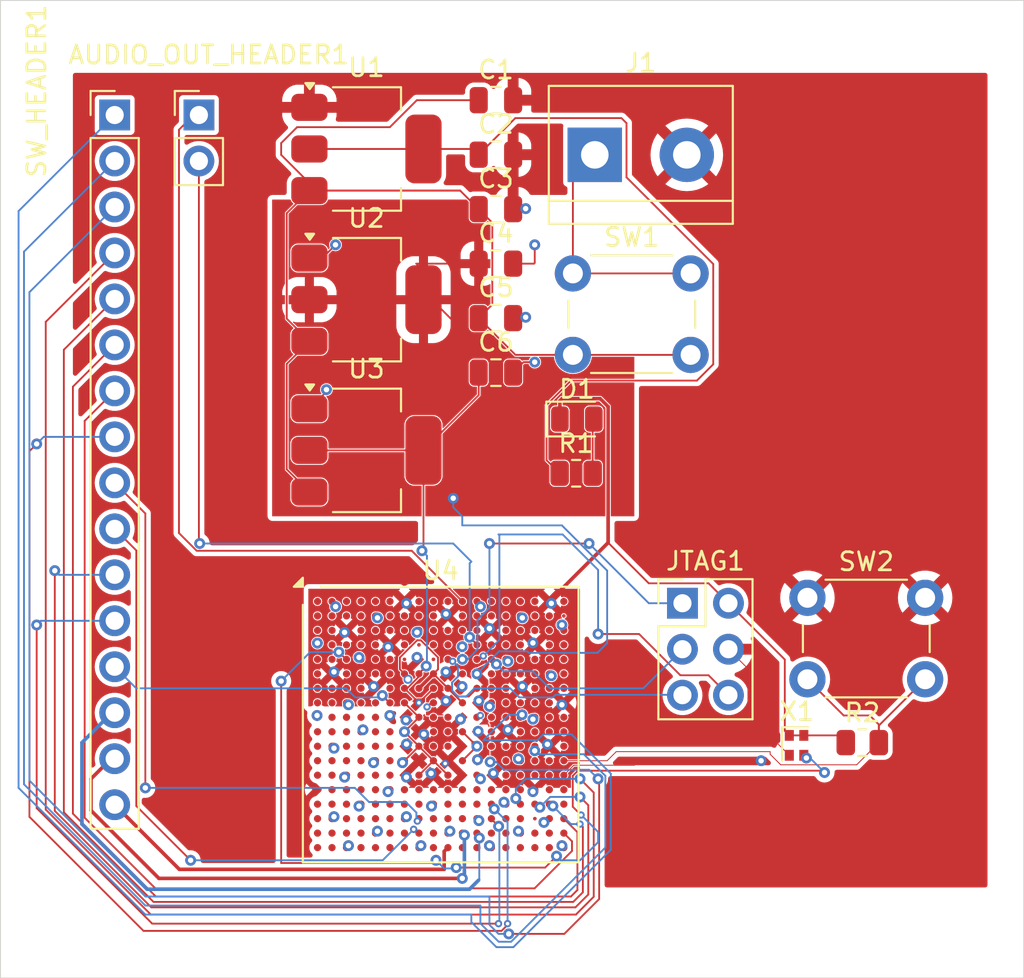
<source format=kicad_pcb>
(kicad_pcb (version 20240108) (generator "pcbnew") (generator_version "8.0")
  (layers (0 "F.Cu" signal) (1 "In1.Cu" signal) (2 "In2.Cu" signal) (31 "B.Cu" signal) (34 "B.Paste" user) (35 "F.Paste" user) (36 "B.SilkS" user "B.Silkscreen") (37 "F.SilkS" user "F.Silkscreen") (38 "B.Mask" user) (39 "F.Mask" user) (44 "Edge.Cuts" user))
  (net 0 "")
  (net 1 "AUD_SD")
  (net 2 "AUD_PWM")
  (net 3 "Net-(SW1-B)")
  (net 4 "GND")
  (net 5 "Net-(U1-VO)")
  (net 6 "1V8")
  (net 7 "1V0")
  (net 8 "3V3")
  (net 9 "Net-(D1-A)")
  (net 10 "/POWER/+5V_IN")
  (net 11 "TDI")
  (net 12 "TCK")
  (net 13 "TMS")
  (net 14 "TDO")
  (net 15 "RESET")
  (net 16 "SW_13")
  (net 17 "SW_1")
  (net 18 "SW_5")
  (net 19 "SW_9")
  (net 20 "SW_8")
  (net 21 "SW_3")
  (net 22 "SW_15")
  (net 23 "SW_4")
  (net 24 "SW_7")
  (net 25 "SW_10")
  (net 26 "SW_12")
  (net 27 "SW_11")
  (net 28 "SW_0")
  (net 29 "SW_14")
  (net 30 "SW_6")
  (net 31 "SW_2")
  (net 136 "CLK100MHZ")
  (footprint "LED_SMD:LED_0805_2012Metric" (layer "F.Cu") (at 147.3275 92.125)
    (property "Reference" "D1")
    (property "Value" "LED")
  )
  (footprint "Oscillator:Oscillator_SMD_Abracon_ASCO-4Pin_1.6x1.2mm" (layer "F.Cu") (at 159.4575 110.15)
    (property "Reference" "X1")
    (property "Value" "ASCO")
  )
  (footprint "Capacitor_SMD:C_0805_2012Metric" (layer "F.Cu") (at 142.8575 74.51)
    (property "Reference" "C1")
    (property "Value" "10uF")
  )
  (footprint "Button_Switch_THT:SW_PUSH_6mm_H5mm" (layer "F.Cu") (at 160.0575 102)
    (property "Reference" "SW2")
    (property "Value" "SW_Push")
  )
  (footprint "Connector_PinHeader_2.54mm:PinHeader_1x02_P2.54mm_Vertical" (layer "F.Cu") (at 126.4575 75.33)
    (property "Reference" "AUDIO_OUT_HEADER1")
    (property "Value" "Conn_01x02")
  )
  (footprint "Resistor_SMD:R_0805_2012Metric" (layer "F.Cu") (at 147.2875 95.12)
    (property "Reference" "R1")
    (property "Value" "330Ω")
  )
  (footprint "Capacitor_SMD:C_0805_2012Metric" (layer "F.Cu") (at 142.8575 89.56)
    (property "Reference" "C6")
    (property "Value" "10uF")
  )
  (footprint "Package_TO_SOT_SMD:SOT-223-3_TabPin2" (layer "F.Cu") (at 135.7075 93.855)
    (property "Reference" "U3")
    (property "Value" "AMS1117-1.0")
  )
  (footprint "Connector_PinHeader_2.54mm:PinHeader_1x16_P2.54mm_Vertical" (layer "F.Cu") (at 121.8075 75.33)
    (property "Reference" "SW_HEADER1")
    (property "Value" "Conn_01x16")
  )
  (footprint "Capacitor_SMD:C_0805_2012Metric" (layer "F.Cu") (at 142.8575 86.55)
    (property "Reference" "C5")
    (property "Value" "10uF")
  )
  (footprint "Resistor_SMD:R_0805_2012Metric" (layer "F.Cu") (at 163.0875 110)
    (property "Reference" "R2")
    (property "Value" "10kΩ")
  )
  (footprint "TerminalBlock:TerminalBlock_bornier-2_P5.08mm" (layer "F.Cu") (at 148.3175 77.53)
    (property "Reference" "J1")
    (property "Value" "Screw_Terminal_01x02")
  )
  (footprint "Package_BGA:Xilinx_CSG324" (layer "F.Cu") (at 139.8075 109)
    (property "Reference" "U4")
    (property "Value" "XC7A100T-CSG324")
  )
  (footprint "Package_TO_SOT_SMD:SOT-223-3_TabPin2" (layer "F.Cu") (at 135.7075 85.53)
    (property "Reference" "U2")
    (property "Value" "AMS1117-1.8")
  )
  (footprint "Capacitor_SMD:C_0805_2012Metric" (layer "F.Cu") (at 142.8575 77.52)
    (property "Reference" "C2")
    (property "Value" "10uF")
  )
  (footprint "Button_Switch_THT:SW_PUSH_6mm_H5mm" (layer "F.Cu") (at 147.1075 84.08)
    (property "Reference" "SW1")
    (property "Value" "SW_SPST")
  )
  (footprint "Connector_PinHeader_2.54mm:PinHeader_2x03_P2.54mm_Vertical" (layer "F.Cu") (at 153.1575 102.3)
    (property "Reference" "JTAG1")
    (property "Value" "Conn_02x03_Counter_Clockwise")
  )
  (footprint "Capacitor_SMD:C_0805_2012Metric" (layer "F.Cu") (at 142.8575 80.53)
    (property "Reference" "C3")
    (property "Value" "10uF")
  )
  (footprint "Package_TO_SOT_SMD:SOT-223-3_TabPin2" (layer "F.Cu") (at 135.7075 77.205)
    (property "Reference" "U1")
    (property "Value" "AMS1117-3.3")
  )
  (footprint "Capacitor_SMD:C_0805_2012Metric" (layer "F.Cu") (at 142.8575 83.54)
    (property "Reference" "C4")
    (property "Value" "10uF")
  )
  (gr_rect (start 115.5 69) (end 172 123) (stroke (width 0.05)) (fill none) (layer "Edge.Cuts"))
  (segment (start 141.8075 104.6) (end 141.8075 104.577495) (width 0.1) (layer "F.Cu") (net 1))
  (segment (start 126.4575 98.9575) (end 126.4575 77.87) (width 0.1) (layer "F.Cu") (net 1))
  (segment (start 141.8075 104.577495) (end 141.4075 104.177495) (width 0.1) (layer "F.Cu") (net 1))
  (segment (start 126.5 99) (end 126.4575 98.9575) (width 0.1) (layer "F.Cu") (net 1))
  (via (at 126.5 99) (size 0.6) (drill 0.3) (layers "F.Cu" "B.Cu") (net 1))
  (via (at 141.4075 104.177495) (size 0.6) (drill 0.3) (layers "F.Cu" "B.Cu") (net 1))
  (segment (start 141.4075 100.0925) (end 141.5 100) (width 0.1) (layer "B.Cu") (net 1))
  (segment (start 140.5 99) (end 126.5 99) (width 0.1) (layer "B.Cu") (net 1))
  (segment (start 141.4075 104.177495) (end 141.4075 100.0925) (width 0.1) (layer "B.Cu") (net 1))
  (segment (start 141.5 100) (end 140.5 99) (width 0.1) (layer "B.Cu") (net 1))
  (segment (start 125.3575 76.1425) (end 126 75.5) (width 0.1) (layer "F.Cu") (net 2))
  (segment (start 138.2075 99.4) (end 126.334314 99.4) (width 0.1) (layer "F.Cu") (net 2))
  (segment (start 126.334314 99.4) (end 125.3575 98.423186) (width 0.1) (layer "F.Cu") (net 2))
  (segment (start 141.0075 102.2) (end 138.2075 99.4) (width 0.1) (layer "F.Cu") (net 2))
  (segment (start 125.3575 98.423186) (end 125.3575 76.1425) (width 0.1) (layer "F.Cu") (net 2))
  (segment (start 153.6075 88.58) (end 147.1075 88.58) (width 0.1) (layer "F.Cu") (net 3))
  (segment (start 131.3075 86.58) (end 131.3075 80.755) (width 0.1) (layer "F.Cu") (net 3))
  (segment (start 140.8825 79.505) (end 132.973616 79.505) (width 0.1) (layer "F.Cu") (net 3))
  (segment (start 131.3075 94.905) (end 131.3075 89.08) (width 0.1) (layer "F.Cu") (net 3))
  (segment (start 138.49 74.51) (end 141.9075 74.51) (width 0.1) (layer "F.Cu") (net 3))
  (segment (start 132.5575 79.505) (end 140.8825 79.505) (width 0.1) (layer "F.Cu") (net 3))
  (segment (start 137 76) (end 138.49 74.51) (width 0.1) (layer "F.Cu") (net 3))
  (segment (start 131.878616 76) (end 137 76) (width 0.1) (layer "F.Cu") (net 3))
  (segment (start 141.9075 86.55) (end 142.6575 85.8) (width 0.1) (layer "F.Cu") (net 3))
  (segment (start 132.973616 79.505) (end 131 77.531384) (width 0.1) (layer "F.Cu") (net 3))
  (segment (start 142.6575 81.28) (end 141.9075 80.53) (width 0.1) (layer "F.Cu") (net 3))
  (segment (start 131 77.531384) (end 131 76.878616) (width 0.1) (layer "F.Cu") (net 3))
  (segment (start 132.5575 87.83) (end 131.3075 86.58) (width 0.1) (layer "F.Cu") (net 3))
  (segment (start 140.8825 79.505) (end 141.9075 80.53) (width 0.1) (layer "F.Cu") (net 3))
  (segment (start 147.1075 88.58) (end 143.9375 88.58) (width 0.1) (layer "F.Cu") (net 3))
  (segment (start 131.3075 80.755) (end 132.5575 79.505) (width 0.1) (layer "F.Cu") (net 3))
  (segment (start 142.6575 85.8) (end 142.6575 81.28) (width 0.1) (layer "F.Cu") (net 3))
  (segment (start 132.5575 96.155) (end 131.3075 94.905) (width 0.1) (layer "F.Cu") (net 3))
  (segment (start 131 76.878616) (end 131.878616 76) (width 0.1) (layer "F.Cu") (net 3))
  (segment (start 143.9375 88.58) (end 141.9075 86.55) (width 0.1) (layer "F.Cu") (net 3))
  (segment (start 131.3075 89.08) (end 132.5575 87.83) (width 0.1) (layer "F.Cu") (net 3))
  (segment (start 141.8075 102.289113) (end 142.005111 102.486724) (width 0.1) (layer "F.Cu") (net 4))
  (segment (start 137.5545 105.947) (end 137.5545 105.295203) (width 0.1) (layer "F.Cu") (net 4))
  (segment (start 141.0075 107.8) (end 140.2075 107) (width 0.1) (layer "F.Cu") (net 4))
  (segment (start 141.8075 107) (end 141.357716 107.449784) (width 0.1) (layer "F.Cu") (net 4))
  (segment (start 132.5575 91.555) (end 133.5 90.6125) (width 0.1) (layer "F.Cu") (net 4))
  (segment (start 150.5 111.25) (end 150.75 111) (width 0.05) (layer "F.Cu") (net 4))
  (segment (start 144.2075 110.999998) (end 144.09905 110.891548) (width 0.2) (layer "F.Cu") (net 4))
  (segment (start 133.8075 102.2) (end 133.8075 102.289113) (width 0.1) (layer "F.Cu") (net 4))
  (segment (start 140.2075 111.8) (end 137.8075 109.4) (width 0.1) (layer "F.Cu") (net 4))
  (segment (start 141.9 108.6) (end 142 108.5) (width 0.1) (layer "F.Cu") (net 4))
  (segment (start 143.8075 80.53) (end 144.47 80.53) (width 0.1) (layer "F.Cu") (net 4))
  (segment (start 144.47 80.53) (end 144.5 80.5) (width 0.1) (layer "F.Cu") (net 4))
  (segment (start 138.6075 103.800002) (end 138.49905 103.908452) (width 0.2) (layer "F.Cu") (net 4))
  (segment (start 143.8075 83.54) (end 144.96 83.54) (width 0.1) (layer "F.Cu") (net 4))
  (segment (start 146.6075 111.8) (end 147.1575 111.25) (width 0.05) (layer "F.Cu") (net 4))
  (segment (start 132.5575 83.23) (end 133.27 83.23) (width 0.1) (layer "F.Cu") (net 4))
  (segment (start 145.0075 108.600002) (end 144.89905 108.708452) (width 0.2) (layer "F.Cu") (net 4))
  (segment (start 133.807501 110.2) (end 133.915951 110.30845) (width 0.2) (layer "F.Cu") (net 4))
  (segment (start 145.807501 106.2) (end 145.915951 106.30845) (width 0.2) (layer "F.Cu") (net 4))
  (segment (start 133.0075 104.5075) (end 133 104.5) (width 0.2) (layer "F.Cu") (net 4))
  (segment (start 137.807502 114.2) (end 137.915952 114.09155) (width 0.2) (layer "F.Cu") (net 4))
  (segment (start 137.8075 106.2) (end 137.5545 105.947) (width 0.1) (layer "F.Cu") (net 4))
  (segment (start 133.8075 110.2) (end 133.807501 110.2) (width 0.2) (layer "F.Cu") (net 4))
  (segment (start 137.5545 105.295203) (end 138.502703 104.347) (width 0.1) (layer "F.Cu") (net 4))
  (segment (start 138.6075 107) (end 139.4075 106.2) (width 0.2) (layer "F.Cu") (net 4))
  (segment (start 145.714607 114.2) (end 145.5075 114.407107) (width 0.2) (layer "F.Cu") (net 4))
  (segment (start 144.31595 103.10845) (end 144.2075 103) (width 0.2) (layer "F.Cu") (net 4))
  (segment (start 141.193897 107.45) (end 140.762403 107.45) (width 0.1) (layer "F.Cu") (net 4))
  (segment (start 137.0075 108.6) (end 137.0075 108.5075) (width 0.1) (layer "F.Cu") (net 4))
  (segment (start 135.4075 105.4) (end 135.29905 105.29155) (width 0.2) (layer "F.Cu") (net 4))
  (segment (start 136.207501 103) (end 136.315951 103.10845) (width 0.2) (layer "F.Cu") (net 4))
  (segment (start 133.5 90.6125) (end 133.5 90.5) (width 0.1) (layer "F.Cu") (net 4))
  (segment (start 144.2075 111) (end 144.2075 110.999998) (width 0.2) (layer "F.Cu") (net 4))
  (segment (start 144.2075 103.000001) (end 144.31595 103.108451) (width 0.2) (layer "F.Cu") (net 4))
  (segment (start 137.8075 106.3075) (end 138 106.5) (width 0.1) (layer "F.Cu") (net 4))
  (segment (start 134.607501 107.8) (end 134.715951 107.90845) (width 0.2) (layer "F.Cu") (net 4))
  (segment (start 137.8075 114.2) (end 137.807502 114.2) (width 0.2) (layer "F.Cu") (net 4))
  (segment (start 134.6075 115.8) (end 134.607502 115.8) (width 0.2) (layer "F.Cu") (net 4))
  (segment (start 137.8075 111.000002) (end 137.69905 111.108452) (width 0.2) (layer "F.Cu") (net 4))
  (segment (start 138.712297 104.347) (end 139.6605 105.295203) (width 0.1) (layer "F.Cu") (net 4))
  (segment (start 139.4075 107.8) (end 139.280006 107.8) (width 0.1) (layer "F.Cu") (net 4))
  (segment (start 135.4075 113.400001) (end 135.29905 113.508451) (width 0.2) (layer "F.Cu") (net 4))
  (segment (start 156.7725 108.415) (end 156.7725 105.915) (width 0.05) (layer "F.Cu") (net 4))
  (segment (start 140.207502 115) (end 140.315952 114.89155) (width 0.2) (layer "F.Cu") (net 4))
  (segment (start 159.0575 110.7) (end 156.7725 108.415) (width 0.05) (layer "F.Cu") (net 4))
  (segment (start 135.4075 113.4) (end 135.4075 113.400001) (width 0.2) (layer "F.Cu") (net 4))
  (segment (start 144.45 86.55) (end 144.5 86.5) (width 0.1) (layer "F.Cu") (net 4))
  (segment (start 146.6075 103.6075) (end 146.5 103.5) (width 0.1) (layer "F.Cu") (net 4))
  (segment (start 139.6605 105.947) (end 139.4075 106.2) (width 0.1) (layer "F.Cu") (net 4))
  (segment (start 145.0075 108.6) (end 145.0075 108.600002) (width 0.2) (layer "F.Cu") (net 4))
  (segment (start 141.8075 111.8075) (end 142 112) (width 0.1) (layer "F.Cu") (net 4))
  (segment (start 141.0075 104.6) (end 141.0075 104.686998) (width 0.2) (layer "F.Cu") (net 4))
  (segment (start 142.607497 115.8) (end 142.499047 115.69155) (width 0.2) (layer "F.Cu") (net 4))
  (segment (start 141.8075 111.8) (end 141.8075 111.8075) (width 0.1) (layer "F.Cu") (net 4))
  (segment (start 141.357716 107.449784) (end 141.194113 107.449784) (width 0.1) (layer "F.Cu") (net 4))
  (segment (start 133.27 83.23) (end 134 82.5) (width 0.1) (layer "F.Cu") (net 4))
  (segment (start 141.8075 108.6) (end 141.9 108.6) (width 0.1) (layer "F.Cu") (net 4))
  (segment (start 137.8075 106.2) (end 137.8075 106.3075) (width 0.1) (layer "F.Cu") (net 4))
  (segment (start 141.0075 109.4) (end 141.8075 110.2) (width 0.1) (layer "F.Cu") (net 4))
  (segment (start 140.440005 106.671966) (end 140.911971 106.2) (width 0.1) (layer "F.Cu") (net 4))
  (segment (start 141.8075 102.2) (end 141.8075 102.289113) (width 0.1) (layer "F.Cu") (net 4))
  (segment (start 145.8075 114.2) (end 145.714607 114.2) (width 0.2) (layer "F.Cu") (net 4))
  (segment (start 140.2075 107) (end 139.4075 106.2) (width 0.1) (layer "F.Cu") (net 4))
  (segment (start 143.407499 113.4) (end 143.299049 113.29155) (width 0.2) (layer "F.Cu") (net 4))
  (segment (start 143.4075 105.4) (end 143.51595 105.50845) (width 0.2) (layer "F.Cu") (net 4))
  (segment (start 143.8075 86.55) (end 144.45 86.55) (width 0.1) (layer "F.Cu") (net 4))
  (segment (start 147.1575 111.25) (end 150.5 111.25) (width 0.05) (layer "F.Cu") (net 4))
  (segment (start 137.8075 111) (end 137.8075 111.000002) (width 0.2) (layer "F.Cu") (net 4))
  (segment (start 146.6075 103.8) (end 146.6075 103.6075) (width 0.1) (layer "F.Cu") (net 4))
  (segment (start 143.8075 89.56) (end 144.3875 88.98) (width 0.1) (layer "F.Cu") (net 4))
  (segment (start 144.31595 103.108451) (end 144.31595 103.10845) (width 0.2) (layer "F.Cu") (net 4))
  (segment (start 140.440005 107.127602) (end 140.440005 106.671966) (width 0.1) (layer "F.Cu") (net 4))
  (segment (start 137.8075 109.4) (end 138.6075 108.6) (width 0.1) (layer "F.Cu") (net 4))
  (segment (start 145.8075 106.2) (end 145.807501 106.2) (width 0.2) (layer "F.Cu") (net 4))
  (segment (start 136.2075 103) (end 136.207501 103) (width 0.2) (layer "F.Cu") (net 4))
  (segment (start 140.911971 106.2) (end 141.0075 106.2) (width 0.1) (layer "F.Cu") (net 4))
  (segment (start 137.0075 108.5075) (end 137 108.5) (width 0.1) (layer "F.Cu") (net 4))
  (segment (start 138.6075 103.8) (end 138.6075 103.800002) (width 0.2) (layer "F.Cu") (net 4))
  (segment (start 139.6605 105.295203) (end 139.6605 105.947) (width 0.1) (layer "F.Cu") (net 4))
  (segment (start 134.6075 107.8) (end 134.607501 107.8) (width 0.2) (layer "F.Cu") (net 4))
  (segment (start 142.6075 107.8) (end 142.6075 107.8925) (width 0.1) (layer "F.Cu") (net 4))
  (segment (start 136.2075 111.000002) (end 136.09905 111.108452) (width 0.2) (layer "F.Cu") (net 4))
  (segment (start 139.280006 107.8) (end 139.053 108.027006) (width 0.1) (layer "F.Cu") (net 4))
  (segment (start 136.2075 111) (end 136.2075 111.000002) (width 0.2) (layer "F.Cu") (net 4))
  (segment (start 145 83.5) (end 145 82.5) (width 0.1) (layer "F.Cu") (net 4))
  (segment (start 137.8075 107.8) (end 138.6075 108.6) (width 0.1) (layer "F.Cu") (net 4))
  (segment (start 141.194113 107.449784) (end 141.193897 107.45) (width 0.1) (layer "F.Cu") (net 4))
  (segment (start 140.2075 115) (end 140.207502 115) (width 0.2) (layer "F.Cu") (net 4))
  (segment (start 138.6075 111.8) (end 139.4075 111) (width 0.1) (layer "F.Cu") (net 4))
  (segment (start 141.8075 110.2) (end 141.0075 111) (width 0.1) (layer "F.Cu") (net 4))
  (segment (start 138.6075 110.2) (end 137.8075 111) (width 0.1) (layer "F.Cu") (net 4))
  (segment (start 133.0075 104.6) (end 133.0075 104.5075) (width 0.2) (layer "F.Cu") (net 4))
  (segment (start 144.2075 103) (end 144.2075 103.000001) (width 0.2) (layer "F.Cu") (net 4))
  (segment (start 142.6075 115.8) (end 142.607497 115.8) (width 0.2) (layer "F.Cu") (net 4))
  (segment (start 144.3875 88.98) (end 145 88.98) (width 0.1) (layer "F.Cu") (net 4))
  (segment (start 156.7725 105.915) (end 155.6975 104.84) (width 0.05) (layer "F.Cu") (net 4))
  (segment (start 141.0075 104.686998) (end 140.994377 104.700121) (width 0.2) (layer "F.Cu") (net 4))
  (segment (start 142.6075 107.8925) (end 142.5 108) (width 0.1) (layer "F.Cu") (net 4))
  (segment (start 150.75 111) (end 157.5 111) (width 0.05) (layer "F.Cu") (net 4))
  (segment (start 133.8075 102.289113) (end 134.005111 102.486724) (width 0.1) (layer "F.Cu") (net 4))
  (segment (start 140.762403 107.45) (end 140.440005 107.127602) (width 0.1) (layer "F.Cu") (net 4))
  (segment (start 141.0075 107.8) (end 139.7575 106.55) (width 0.1) (layer "F.Cu") (net 4))
  (segment (start 145.8075 114.2) (end 145.8075 114.199999) (width 0.2) (layer "F.Cu") (net 4))
  (segment (start 144.96 83.54) (end 145 83.5) (width 0.1) (layer "F.Cu") (net 4))
  (segment (start 138.502703 104.347) (end 138.712297 104.347) (width 0.1) (layer "F.Cu") (net 4))
  (segment (start 143.4075 113.4) (end 143.407499 113.4) (width 0.2) (layer "F.Cu") (net 4))
  (segment (start 134.607502 115.8) (end 134.715952 115.69155) (width 0.2) (layer "F.Cu") (net 4))
  (via (at 142.499047 115.69155) (size 0.6) (drill 0.3) (layers "F.Cu" "B.Cu") (net 4))
  (via (at 136.09905 111.108452) (size 0.6) (drill 0.3) (layers "F.Cu" "B.Cu") (net 4))
  (via (at 137.915952 114.09155) (size 0.6) (drill 0.3) (layers "F.Cu" "B.Cu") (net 4))
  (via (at 157.5 111) (size 0.6) (drill 0.3) (layers "F.Cu" "B.Cu") (net 4))
  (via (at 146.5 103.5) (size 0.6) (drill 0.3) (layers "F.Cu" "B.Cu") (net 4))
  (via (at 145 88.98) (size 0.6) (drill 0.3) (layers "F.Cu" "B.Cu") (net 4))
  (via (at 133 104.5) (size 0.6) (drill 0.3) (layers "F.Cu" "B.Cu") (net 4))
  (via (at 133.5 90.5) (size 0.6) (drill 0.3) (layers "F.Cu" "B.Cu") (net 4))
  (via (at 134.715951 107.90845) (size 0.6) (drill 0.3) (layers "F.Cu" "B.Cu") (net 4))
  (via (at 145.5075 114.407107) (size 0.6) (drill 0.3) (layers "F.Cu" "B.Cu") (net 4))
  (via (at 144.5 86.5) (size 0.6) (drill 0.3) (layers "F.Cu" "B.Cu") (net 4))
  (via (at 134 82.5) (size 0.6) (drill 0.3) (layers "F.Cu" "B.Cu") (net 4))
  (via (at 134.715952 115.69155) (size 0.6) (drill 0.3) (layers "F.Cu" "B.Cu") (net 4))
  (via (at 135.29905 113.508451) (size 0.6) (drill 0.3) (layers "F.Cu" "B.Cu") (net 4))
  (via (at 143.299049 113.29155) (size 0.6) (drill 0.3) (layers "F.Cu" "B.Cu") (net 4))
  (via (at 137 108.5) (size 0.6) (drill 0.3) (layers "F.Cu" "B.Cu") (net 4))
  (via (at 141.8075 110.2) (size 0.6) (drill 0.3) (layers "F.Cu" "B.Cu") (net 4))
  (via (at 140.315952 114.89155) (size 0.6) (drill 0.3) (layers "F.Cu" "B.Cu") (net 4))
  (via (at 144.31595 103.108451) (size 0.6) (drill 0.3) (layers "F.Cu" "B.Cu") (net 4))
  (via (at 133.915951 110.30845) (size 0.6) (drill 0.3) (layers "F.Cu" "B.Cu") (net 4))
  (via (at 140.994377 104.700121) (size 0.6) (drill 0.3) (layers "F.Cu" "B.Cu") (net 4))
  (via (at 137.69905 111.108452) (size 0.6) (drill 0.3) (layers "F.Cu" "B.Cu") (net 4))
  (via (at 139.053 108.027006) (size 0.4) (drill 0.2) (layers "F.Cu" "B.Cu") (net 4))
  (via (at 134.005111 102.486724) (size 0.6) (drill 0.3) (layers "F.Cu" "B.Cu") (net 4))
  (via (at 138.49905 103.908452) (size 0.6) (drill 0.3) (layers "F.Cu" "B.Cu") (net 4))
  (via (at 144.5 80.5) (size 0.6) (drill 0.3) (layers "F.Cu" "B.Cu") (net 4))
  (via (at 142 112) (size 0.6) (drill 0.3) (layers "F.Cu" "B.Cu") (net 4))
  (via (at 143.51595 105.50845) (size 0.6) (drill 0.3) (layers "F.Cu" "B.Cu") (net 4))
  (via (at 144.09905 110.891548) (size 0.6) (drill 0.3) (layers "F.Cu" "B.Cu") (net 4))
  (via (at 142 108.5) (size 0.4) (drill 0.2) (layers "F.Cu" "B.Cu") (net 4))
  (via (at 145.915951 106.30845) (size 0.6) (drill 0.3) (layers "F.Cu" "B.Cu") (net 4))
  (via (at 142.005111 102.486724) (size 0.6) (drill 0.3) (layers "F.Cu" "B.Cu") (net 4))
  (via (at 137.8075 109.4) (size 0.6) (drill 0.3) (layers "F.Cu" "B.Cu") (net 4))
  (via (at 142.5 108) (size 0.6) (drill 0.3) (layers "F.Cu" "B.Cu") (net 4))
  (via (at 138 106.5) (size 0.5) (drill 0.3) (layers "F.Cu" "B.Cu") (net 4))
  (via (at 135.29905 105.29155) (size 0.6) (drill 0.3) (layers "F.Cu" "B.Cu") (net 4))
  (via (at 145 82.5) (size 0.6) (drill 0.3) (layers "F.Cu" "B.Cu") (net 4))
  (via (at 144.89905 108.708452) (size 0.6) (drill 0.3) (layers "F.Cu" "B.Cu") (net 4))
  (via (at 136.315951 103.10845) (size 0.6) (drill 0.3) (layers "F.Cu" "B.Cu") (net 4))
  (segment (start 153.955267 90) (end 154.8575 89.097767) (width 0.1) (layer "F.Cu") (net 5))
  (segment (start 132.5575 77.205) (end 138.8575 77.205) (width 0.1) (layer "F.Cu") (net 5))
  (segment (start 143.9275 75.5) (end 141.9075 77.52) (width 0.1) (layer "F.Cu") (net 5))
  (segment (start 149.7875 75.5) (end 143.9275 75.5) (width 0.1) (layer "F.Cu") (net 5))
  (segment (start 154.8575 83.562233) (end 150.0675 78.772233) (width 0.1) (layer "F.Cu") (net 5))
  (segment (start 150.0675 78.772233) (end 150.0675 75.78) (width 0.1) (layer "F.Cu") (net 5))
  (segment (start 145.6525 94.3975) (end 145.6525 91.3475) (width 0.1) (layer "F.Cu") (net 5))
  (segment (start 138.8575 77.205) (end 141.5925 77.205) (width 0.1) (layer "F.Cu") (net 5))
  (segment (start 141.5925 77.205) (end 141.9075 77.52) (width 0.1) (layer "F.Cu") (net 5))
  (segment (start 150.0675 75.78) (end 149.7875 75.5) (width 0.1) (layer "F.Cu") (net 5))
  (segment (start 147 90) (end 153.955267 90) (width 0.1) (layer "F.Cu") (net 5))
  (segment (start 146.375 95.12) (end 145.6525 94.3975) (width 0.1) (layer "F.Cu") (net 5))
  (segment (start 145.6525 91.3475) (end 147 90) (width 0.1) (layer "F.Cu") (net 5))
  (segment (start 154.8575 89.097767) (end 154.8575 83.562233) (width 0.1) (layer "F.Cu") (net 5))
  (segment (start 141.8075 106.2) (end 141.8075 106.177495) (width 0.1) (layer "F.Cu") (net 6))
  (segment (start 138.8575 83.9375) (end 138.46 83.54) (width 0.1) (layer "F.Cu") (net 6))
  (segment (start 141.8075 107.8) (end 141.8075 107.6925) (width 0.05) (layer "F.Cu") (net 6))
  (segment (start 141.8075 106.2) (end 141.807501 106.2) (width 0.2) (layer "F.Cu") (net 6))
  (segment (start 141.8075 111) (end 141.8075 110.977819) (width 0.2) (layer "F.Cu") (net 6))
  (segment (start 135.47 85.53) (end 135.5 85.5) (width 0.1) (layer "F.Cu") (net 6))
  (segment (start 141.8075 107.8) (end 141.91595 107.69155) (width 0.05) (layer "F.Cu") (net 6))
  (segment (start 141.8075 111) (end 141.8075 110.907107) (width 0.2) (layer "F.Cu") (net 6))
  (segment (start 138.8575 85.53) (end 138.8575 83.9375) (width 0.1) (layer "F.Cu") (net 6))
  (segment (start 141.8075 111) (end 141.807501 111) (width 0.2) (layer "F.Cu") (net 6))
  (segment (start 139.286534 85.5) (end 142.6575 88.870966) (width 0.1) (layer "F.Cu") (net 6))
  (segment (start 135.5 85.5) (end 139.286534 85.5) (width 0.1) (layer "F.Cu") (net 6))
  (segment (start 141.8075 109.4) (end 141.8075 109.399999) (width 0.2) (layer "F.Cu") (net 6))
  (segment (start 142.6575 88.870966) (end 142.6575 94.3425) (width 0.1) (layer "F.Cu") (net 6))
  (segment (start 138.46 83.54) (end 141.9075 83.54) (width 0.1) (layer "F.Cu") (net 6))
  (segment (start 141.8075 110.977819) (end 141.842856 110.942463) (width 0.2) (layer "F.Cu") (net 6))
  (segment (start 132.5575 85.53) (end 135.47 85.53) (width 0.1) (layer "F.Cu") (net 6))
  (segment (start 141.851865 109.4) (end 141.876129 109.375736) (width 0.05) (layer "F.Cu") (net 6))
  (segment (start 141.8075 109.4) (end 141.851865 109.4) (width 0.05) (layer "F.Cu") (net 6))
  (segment (start 142.6575 94.3425) (end 140.5 96.5) (width 0.1) (layer "F.Cu") (net 6))
  (segment (start 141.8075 109.4) (end 141.900393 109.4) (width 0.05) (layer "F.Cu") (net 6))
  (via (at 141.876129 109.375736) (size 0.6) (drill 0.3) (layers "F.Cu" "B.Cu") (net 6))
  (via (at 140.5 96.5) (size 0.6) (drill 0.3) (layers "F.Cu" "B.Cu") (net 6))
  (via (at 141.8075 106.2) (size 0.6) (drill 0.3) (layers "F.Cu" "B.Cu") (net 6))
  (via (at 141.842856 110.942463) (size 0.6) (drill 0.3) (layers "F.Cu" "B.Cu") (net 6))
  (via (at 141.91595 107.69155) (size 0.6) (drill 0.3) (layers "F.Cu" "B.Cu") (net 6))
  (segment (start 142.2075 105.8) (end 141.8075 106.2) (width 0.1) (layer "B.Cu") (net 6))
  (segment (start 148.5 105) (end 149 104.5) (width 0.1) (layer "B.Cu") (net 6))
  (segment (start 140.5 96.5) (end 140.5 97) (width 0.1) (layer "B.Cu") (net 6))
  (segment (start 149 104.5) (end 149 100.5) (width 0.1) (layer "B.Cu") (net 6))
  (segment (start 148.458451 105.041549) (end 148.5 105) (width 0.1) (layer "B.Cu") (net 6))
  (segment (start 144.671232 105.041549) (end 148.458451 105.041549) (width 0.1) (layer "B.Cu") (net 6))
  (segment (start 142.2075 105.777495) (end 142.992497 104.992497) (width 0.1) (layer "B.Cu") (net 6))
  (segment (start 142.992498 104.992497) (end 143.049047 104.935948) (width 0.1) (layer "B.Cu") (net 6))
  (segment (start 143.026544 104.95845) (end 144.588133 104.95845) (width 0.1) (layer "B.Cu") (net 6))
  (segment (start 144.588133 104.95845) (end 144.671232 105.041549) (width 0.1) (layer "B.Cu") (net 6))
  (segment (start 142.992497 104.992497) (end 142.992498 104.992497) (width 0.1) (layer "B.Cu") (net 6))
  (segment (start 146.5 98) (end 141 98) (width 0.1) (layer "B.Cu") (net 6))
  (segment (start 141 97.5) (end 141 98) (width 0.1) (layer "B.Cu") (net 6))
  (segment (start 149 100.5) (end 146.5 98) (width 0.1) (layer "B.Cu") (net 6))
  (segment (start 140.5 97) (end 141 97.5) (width 0.1) (layer "B.Cu") (net 6))
  (segment (start 142.992497 104.992497) (end 143.026544 104.95845) (width 0.1) (layer "B.Cu") (net 6))
  (segment (start 142.2075 105.777495) (end 142.2075 105.8) (width 0.1) (layer "B.Cu") (net 6))
  (segment (start 139.4075 111.8) (end 139.378474 111.8) (width 0.1) (layer "F.Cu") (net 7))
  (segment (start 137.8075 110.1925) (end 137.920907 110.079093) (width 0.1) (layer "F.Cu") (net 7))
  (segment (start 137.8075 108.665896) (end 137.891709 108.750105) (width 0.1) (layer "F.Cu") (net 7))
  (segment (start 138.6075 106.35212) (end 137.95962 107) (width 0.1) (layer "F.Cu") (net 7))
  (segment (start 137.8075 111.800001) (end 137.91595 111.908451) (width 0.2) (layer "F.Cu") (net 7))
  (segment (start 141.0075 108.600002) (end 140.89905 108.708452) (width 0.2) (layer "F.Cu") (net 7))
  (segment (start 139.4075 107) (end 138.6075 107.8) (width 0.1) (layer "F.Cu") (net 7))
  (segment (start 138.6075 106.177493) (end 139.007499 105.777494) (width 0.1) (layer "F.Cu") (net 7))
  (segment (start 137.8075 110.2) (end 137.8075 110.1925) (width 0.1) (layer "F.Cu") (net 7))
  (segment (start 141.9075 90.805) (end 141.9075 89.56) (width 0.1) (layer "F.Cu") (net 7))
  (segment (start 138.6075 111.048531) (end 138.6075 111) (width 0.2) (layer "F.Cu") (net 7))
  (segment (start 138.8575 93.855) (end 141.9075 90.805) (width 0.1) (layer "F.Cu") (net 7))
  (segment (start 138.773185 99.4) (end 138.8575 99.315685) (width 0.1) (layer "F.Cu") (net 7))
  (segment (start 141.0075 108.686998) (end 140.994377 108.700121) (width 0.2) (layer "F.Cu") (net 7))
  (segment (start 139.4075 107) (end 139.5 107) (width 0.1) (layer "F.Cu") (net 7))
  (segment (start 137.8075 111.8) (end 137.8075 111.800001) (width 0.2) (layer "F.Cu") (net 7))
  (segment (start 137.8075 111.8) (end 137.8075 111.819962) (width 0.2) (layer "F.Cu") (net 7))
  (segment (start 138.8575 93.855) (end 132.5575 93.855) (width 0.1) (layer "F.Cu") (net 7))
  (segment (start 137.95962 107) (end 137.8075 107) (width 0.1) (layer "F.Cu") (net 7))
  (segment (start 137.8075 111.819962) (end 137.876145 111.888607) (width 0.2) (layer "F.Cu") (net 7))
  (segment (start 138.6075 106.2) (end 138.6075 106.35212) (width 0.1) (layer "F.Cu") (net 7))
  (segment (start 141.0075 108.6) (end 141.0075 108.600002) (width 0.2) (layer "F.Cu") (net 7))
  (segment (start 140.2075 111) (end 140.054988 111.152512) (width 0.1) (layer "F.Cu") (net 7))
  (segment (start 137.8075 108.6) (end 137.8075 108.665896) (width 0.1) (layer "F.Cu") (net 7))
  (segment (start 138.6075 107.8) (end 137.8075 107) (width 0.1) (layer "F.Cu") (net 7))
  (segment (start 139.378474 111.8) (end 139.27583 111.697356) (width 0.1) (layer "F.Cu") (net 7))
  (segment (start 138.742265 109.4) (end 138.873346 109.531081) (width 0.1) (layer "F.Cu") (net 7))
  (segment (start 138.6075 106.2) (end 138.6075 106.177493) (width 0.1) (layer "F.Cu") (net 7))
  (segment (start 138.8575 99.315685) (end 138.8575 93.855) (width 0.1) (layer "F.Cu") (net 7))
  (segment (start 138.6075 109.4) (end 138.742265 109.4) (width 0.1) (layer "F.Cu") (net 7))
  (segment (start 141.0075 108.6) (end 141.0075 108.686998) (width 0.2) (layer "F.Cu") (net 7))
  (segment (start 137.8075 111.8) (end 137.856031 111.8) (width 0.2) (layer "F.Cu") (net 7))
  (via (at 138.773185 99.4) (size 0.6) (drill 0.3) (layers "F.Cu" "B.Cu") (net 7))
  (via (at 138.6075 107.8) (size 0.4) (drill 0.2) (layers "F.Cu" "B.Cu") (net 7))
  (via (at 137.891709 108.750105) (size 0.6) (drill 0.3) (layers "F.Cu" "B.Cu") (net 7))
  (via (at 137.920907 110.079093) (size 0.6) (drill 0.3) (layers "F.Cu" "B.Cu") (net 7))
  (via (at 138.873346 109.531081) (size 0.6) (drill 0.3) (layers "F.Cu" "B.Cu") (net 7))
  (via (at 140.89905 108.708452) (size 0.6) (drill 0.3) (layers "F.Cu" "B.Cu") (net 7))
  (via (at 139.27583 111.697356) (size 0.6) (drill 0.3) (layers "F.Cu" "B.Cu") (net 7))
  (via (at 137.91595 111.908451) (size 0.6) (drill 0.3) (layers "F.Cu" "B.Cu") (net 7))
  (via (at 139.007499 105.777494) (size 0.6) (drill 0.3) (layers "F.Cu" "B.Cu") (net 7))
  (via (at 140.054988 111.152512) (size 0.4) (drill 0.2) (layers "F.Cu" "B.Cu") (net 7))
  (segment (start 140.89905 108.708452) (end 141 108.809402) (width 0.2) (layer "B.Cu") (net 7))
  (segment (start 139.04905 99.675865) (end 138.773185 99.4) (width 0.1) (layer "B.Cu") (net 7))
  (segment (start 139.04905 105.735943) (end 139.04905 99.675865) (width 0.1) (layer "B.Cu") (net 7))
  (segment (start 139.007499 105.777494) (end 139.04905 105.735943) (width 0.1) (layer "B.Cu") (net 7))
  (segment (start 145.0075 112.600001) (end 144.89905 112.708451) (width 0.2) (layer "F.Cu") (net 8))
  (segment (start 137.007499 104.6) (end 136.899049 104.70845) (width 0.2) (layer "F.Cu") (net 8))
  (segment (start 146.6075 107.8) (end 146.6075 107.800002) (width 0.2) (layer "F.Cu") (net 8))
  (segment (start 155.6975 102.3) (end 158.8075 105.41) (width 0.1) (layer "F.Cu") (net 8))
  (segment (start 134.6075 103.800002) (end 134.49905 103.908452) (width 0.2) (layer "F.Cu") (net 8))
  (segment (start 159.8575 109.6) (end 159.0575 109.6) (width 0.1) (layer "F.Cu") (net 8))
  (segment (start 145.0075 112.6) (end 145.0075 112.600001) (width 0.2) (layer "F.Cu") (net 8))
  (segment (start 140.207498 106.2) (end 140.099048 106.09155) (width 0.2) (layer "F.Cu") (net 8))
  (segment (start 134.6075 103.8) (end 134.6075 103.800002) (width 0.2) (layer "F.Cu") (net 8))
  (segment (start 142.6075 111.8) (end 142.71595 111.69155) (width 0.2) (layer "F.Cu") (net 8))
  (segment (start 139.4075 113.400002) (end 139.29905 113.508452) (width 0.2) (layer "F.Cu") (net 8))
  (segment (start 137.8075 102.2) (end 137.807501 102.2) (width 0.2) (layer "F.Cu") (net 8))
  (segment (start 140.2075 102.999998) (end 140.09905 102.891548) (width 0.2) (layer "F.Cu") (net 8))
  (segment (start 154.5975 101.2) (end 151.2975 101.2) (width 0.1) (layer "F.Cu") (net 8))
  (segment (start 138.6075 105.399999) (end 138.49905 105.291549) (width 0.2) (layer "F.Cu") (net 8))
  (segment (start 148.615732 91) (end 146.5 91) (width 0.2) (layer "F.Cu") (net 8))
  (segment (start 149.0525 98.955) (end 149.0525 91.436768) (width 0.2) (layer "F.Cu") (net 8))
  (segment (start 141.8075 114.2) (end 141.807501 114.2) (width 0.2) (layer "F.Cu") (net 8))
  (segment (start 133.8075 114.2) (end 133.807502 114.2) (width 0.2) (layer "F.Cu") (net 8))
  (segment (start 137.0075 104.6) (end 137.007499 104.6) (width 0.2) (layer "F.Cu") (net 8))
  (segment (start 158.8075 105.41) (end 158.8075 109.35) (width 0.1) (layer "F.Cu") (net 8))
  (segment (start 143.407502 109.4) (end 143.515952 109.29155) (width 0.2) (layer "F.Cu") (net 8))
  (segment (start 135.4075 109.4) (end 135.407502 109.4) (width 0.2) (layer "F.Cu") (net 8))
  (segment (start 133.0075 108.525743) (end 132.981268 108.499511) (width 0.2) (layer "F.Cu") (net 8))
  (segment (start 142.6075 103.8) (end 142.607497 103.8) (width 0.2) (layer "F.Cu") (net 8))
  (segment (start 146.5 115.692503) (end 146.499047 115.69155) (width 0.2) (layer "F.Cu") (net 8))
  (segment (start 145.8075 102.2) (end 145.807501 102.2) (width 0.2) (layer "F.Cu") (net 8))
  (segment (start 140.207498 107.8) (end 140.099048 107.69155) (width 0.2) (layer "F.Cu") (net 8))
  (segment (start 135.407502 109.4) (end 135.515952 109.29155) (width 0.2) (layer "F.Cu") (net 8))
  (segment (start 141.0075 107) (end 141.0075 106.917279) (width 0.2) (layer "F.Cu") (net 8))
  (segment (start 136.09905 106.89155) (end 136.2075 107) (width 0.2) (layer "F.Cu") (net 8))
  (segment (start 144.89905 104.49155) (end 145.0075 104.6) (width 0.2) (layer "F.Cu") (net 8))
  (segment (start 146.6075 107.800002) (end 146.49905 107.908452) (width 0.2) (layer "F.Cu") (net 8))
  (segment (start 140.2075 107.8) (end 140.207498 107.8) (width 0.2) (layer "F.Cu") (net 8))
  (segment (start 141.807501 114.2) (end 141.915951 114.30845) (width 0.2) (layer "F.Cu") (net 8))
  (segment (start 145.0075 112.6) (end 145.0075 112.525743) (width 0.2) (layer "F.Cu") (net 8))
  (segment (start 134.6075 111.8) (end 134.6075 111.800002) (width 0.2) (layer "F.Cu") (net 8))
  (segment (start 136.2075 115) (end 136.2075 114.999998) (width 0.2) (layer "F.Cu") (net 8))
  (segment (start 133.0075 108.6) (end 133.0075 108.525743) (width 0.2) (layer "F.Cu") (net 8))
  (segment (start 133.8075 106.2) (end 133.91595 106.09155) (width 0.2) (layer "F.Cu") (net 8))
  (segment (start 149.0525 91.436768) (end 148.615732 91) (width 0.2) (layer "F.Cu") (net 8))
  (segment (start 145.807501 102.2) (end 145.915951 102.30845) (width 0.2) (layer "F.Cu") (net 8))
  (segment (start 143.4075 109.4) (end 143.407502 109.4) (width 0.2) (layer "F.Cu") (net 8))
  (segment (start 145.8075 102.2) (end 149.0525 98.955) (width 0.2) (layer "F.Cu") (net 8))
  (segment (start 146.39 91.11) (end 146.39 92.125) (width 0.2) (layer "F.Cu") (net 8))
  (segment (start 140.2075 103) (end 140.2075 102.999998) (width 0.2) (layer "F.Cu") (net 8))
  (segment (start 134.6075 111.800002) (end 134.49905 111.908452) (width 0.2) (layer "F.Cu") (net 8))
  (segment (start 142.607497 103.8) (end 142.499047 103.69155) (width 0.2) (layer "F.Cu") (net 8))
  (segment (start 145.0075 112.525743) (end 144.981268 112.499511) (width 0.2) (layer "F.Cu") (net 8))
  (segment (start 146.6075 115.8) (end 146.607497 115.8) (width 0.2) (layer "F.Cu") (net 8))
  (segment (start 136.2075 114.999998) (end 136.31595 114.891548) (width 0.2) (layer "F.Cu") (net 8))
  (segment (start 146.607497 115.8) (end 146.5 115.692503) (width 0.2) (layer "F.Cu") (net 8))
  (segment (start 137.0075 112.600001) (end 136.89905 112.708451) (width 0.2) (layer "F.Cu") (net 8))
  (segment (start 144.89905 104.491549) (end 144.89905 104.49155) (width 0.2) (layer "F.Cu") (net 8))
  (segment (start 144.2075 115) (end 144.2075 114.999998) (width 0.2) (layer "F.Cu") (net 8))
  (segment (start 136.099048 106.89155) (end 136.09905 106.89155) (width 0.2) (layer "F.Cu") (net 8))
  (segment (start 138.6075 115.8) (end 138.607502 115.8) (width 0.2) (layer "F.Cu") (net 8))
  (segment (start 145.8075 110.199998) (end 145.69905 110.091548) (width 0.2) (layer "F.Cu") (net 8))
  (segment (start 158.8075 109.35) (end 159.0575 109.6) (width 0.1) (layer "F.Cu") (net 8))
  (segment (start 137.807501 102.2) (end 137.915951 102.30845) (width 0.2) (layer "F.Cu") (net 8))
  (segment (start 137.0075 112.6) (end 137.0075 112.600001) (width 0.2) (layer "F.Cu") (net 8))
  (segment (start 138.607502 115.8) (end 138.715952 115.69155) (width 0.2) (layer "F.Cu") (net 8))
  (segment (start 139.4075 113.4) (end 139.4075 113.400002) (width 0.2) (layer "F.Cu") (net 8))
  (segment (start 144.2075 114.999998) (end 144.09905 114.891548) (width 0.2) (layer "F.Cu") (net 8))
  (segment (start 161.775 109.6) (end 162.175 110) (width 0.1) (layer "F.Cu") (net 8))
  (segment (start 138.6075 105.4) (end 138.6075 105.399999) (width 0.2) (layer "F.Cu") (net 8))
  (segment (start 159.8575 109.6) (end 161.775 109.6) (width 0.1) (layer "F.Cu") (net 8))
  (segment (start 146.5 91) (end 146.39 91.11) (width 0.2) (layer "F.Cu") (net 8))
  (segment (start 144.31595 106.89155) (end 144.2075 107) (width 0.2) (layer "F.Cu") (net 8))
  (segment (start 133.807502 114.2) (end 133.915952 114.09155) (width 0.2) (layer "F.Cu") (net 8))
  (segment (start 140.2075 106.2) (end 140.207498 106.2) (width 0.2) (layer "F.Cu") (net 8))
  (segment (start 145.8075 110.2) (end 145.8075 110.199998) (width 0.2) (layer "F.Cu") (net 8))
  (segment (start 144.315952 106.89155) (end 144.31595 106.89155) (width 0.2) (layer "F.Cu") (net 8))
  (segment (start 141.0075 106.917279) (end 140.990005 106.899784) (width 0.2) (layer "F.Cu") (net 8))
  (segment (start 151.2975 101.2) (end 149.0525 98.955) (width 0.1) (layer "F.Cu") (net 8))
  (segment (start 155.6975 102.3) (end 154.5975 101.2) (width 0.1) (layer "F.Cu") (net 8))
  (via (at 144.89905 104.491549) (size 0.6) (drill 0.3) (layers "F.Cu" "B.Cu") (net 8))
  (via (at 133.915952 114.09155) (size 0.6) (drill 0.3) (layers "F.Cu" "B.Cu") (net 8))
  (via (at 142.499047 103.69155) (size 0.6) (drill 0.3) (layers "F.Cu" "B.Cu") (net 8))
  (via (at 144.89905 112.708451) (size 0.6) (drill 0.3) (layers "F.Cu" "B.Cu") (net 8))
  (via (at 139.29905 113.508452) (size 0.6) (drill 0.3) (layers "F.Cu" "B.Cu") (net 8))
  (via (at 135.515952 109.29155) (size 0.6) (drill 0.3) (layers "F.Cu" "B.Cu") (net 8))
  (via (at 142.71595 111.69155) (size 0.6) (drill 0.3) (layers "F.Cu" "B.Cu") (net 8))
  (via (at 140.09905 102.891548) (size 0.6) (drill 0.3) (layers "F.Cu" "B.Cu") (net 8))
  (via (at 137.915951 102.30845) (size 0.6) (drill 0.3) (layers "F.Cu" "B.Cu") (net 8))
  (via (at 140.990005 106.899784) (size 0.6) (drill 0.3) (layers "F.Cu" "B.Cu") (net 8))
  (via (at 136.899049 104.70845) (size 0.6) (drill 0.3) (layers "F.Cu" "B.Cu") (net 8))
  (via (at 134.49905 103.908452) (size 0.6) (drill 0.3) (layers "F.Cu" "B.Cu") (net 8))
  (via (at 138.49905 105.291549) (size 0.6) (drill 0.3) (layers "F.Cu" "B.Cu") (net 8))
  (via (at 133.91595 106.09155) (size 0.6) (drill 0.3) (layers "F.Cu" "B.Cu") (net 8))
  (via (at 136.89905 112.708451) (size 0.6) (drill 0.3) (layers "F.Cu" "B.Cu") (net 8))
  (via (at 144.09905 114.891548) (size 0.6) (drill 0.3) (layers "F.Cu" "B.Cu") (net 8))
  (via (at 146.49905 107.908452) (size 0.6) (drill 0.3) (layers "F.Cu" "B.Cu") (net 8))
  (via (at 138.715952 115.69155) (size 0.6) (drill 0.3) (layers "F.Cu" "B.Cu") (net 8))
  (via (at 145.69905 110.091548) (size 0.6) (drill 0.3) (layers "F.Cu" "B.Cu") (net 8))
  (via (at 140.099048 107.69155) (size 0.6) (drill 0.3) (layers "F.Cu" "B.Cu") (net 8))
  (via (at 141.915951 114.30845) (size 0.6) (drill 0.3) (layers "F.Cu" "B.Cu") (net 8))
  (via (at 145.915951 102.30845) (size 0.6) (drill 0.3) (layers "F.Cu" "B.Cu") (net 8))
  (via (at 134.49905 111.908452) (size 0.6) (drill 0.3) (layers "F.Cu" "B.Cu") (net 8))
  (via (at 143.515952 109.29155) (size 0.6) (drill 0.3) (layers "F.Cu" "B.Cu") (net 8))
  (via (at 144.315952 106.89155) (size 0.6) (drill 0.3) (layers "F.Cu" "B.Cu") (net 8))
  (via (at 146.5 115.692503) (size 0.6) (drill 0.3) (layers "F.Cu" "B.Cu") (net 8))
  (via (at 140.099048 106.09155) (size 0.6) (drill 0.3) (layers "F.Cu" "B.Cu") (net 8))
  (via (at 136.31595 114.891548) (size 0.6) (drill 0.3) (layers "F.Cu" "B.Cu") (net 8))
  (via (at 136.099048 106.89155) (size 0.6) (drill 0.3) (layers "F.Cu" "B.Cu") (net 8))
  (via (at 132.981268 108.499511) (size 0.6) (drill 0.3) (layers "F.Cu" "B.Cu") (net 8))
  (segment (start 148.2 92.19) (end 148.265 92.125) (width 0.1) (layer "F.Cu") (net 9))
  (segment (start 148.2 95.12) (end 148.2 92.19) (width 0.1) (layer "F.Cu") (net 9))
  (segment (start 153.6075 84.08) (end 147.1075 84.08) (width 0.1) (layer "F.Cu") (net 10))
  (segment (start 147.1075 78.74) (end 148.3175 77.53) (width 0.1) (layer "F.Cu") (net 10))
  (segment (start 147.1075 84.08) (end 147.1075 78.74) (width 0.1) (layer "F.Cu") (net 10))
  (segment (start 142.5 99) (end 148 99) (width 0.1) (layer "F.Cu") (net 11))
  (segment (start 141.0075 105.4) (end 141.030005 105.4) (width 0.1) (layer "F.Cu") (net 11))
  (via (at 141.0075 105.4) (size 0.6) (drill 0.3) (layers "F.Cu" "B.Cu") (net 11))
  (via (at 148 99) (size 0.6) (drill 0.3) (layers "F.Cu" "B.Cu") (net 11))
  (via (at 142.5 99) (size 0.6) (drill 0.3) (layers "F.Cu" "B.Cu") (net 11))
  (segment (start 141.0075 105.4) (end 141.290342 105.4) (width 0.1) (layer "B.Cu") (net 11))
  (segment (start 141.839425 104.850917) (end 141.839425 103.218096) (width 0.1) (layer "B.Cu") (net 11))
  (segment (start 148 99) (end 151.3 102.3) (width 0.1) (layer "B.Cu") (net 11))
  (segment (start 141.839425 103.218096) (end 142.5 102.557521) (width 0.1) (layer "B.Cu") (net 11))
  (segment (start 142.5 102.557521) (end 142.5 99) (width 0.1) (layer "B.Cu") (net 11))
  (segment (start 141.290342 105.4) (end 141.839425 104.850917) (width 0.1) (layer "B.Cu") (net 11))
  (segment (start 151.3 102.3) (end 153.1575 102.3) (width 0.1) (layer "B.Cu") (net 11))
  (segment (start 140.2075 105.4) (end 140.361544 105.4) (width 0.1) (layer "F.Cu") (net 12))
  (segment (start 140.361544 105.4) (end 140.467874 105.50633) (width 0.1) (layer "F.Cu") (net 12))
  (via (at 140.467874 105.50633) (size 0.4) (drill 0.2) (layers "F.Cu" "B.Cu") (net 12))
  (segment (start 141.667607 107) (end 143.646584 107) (width 0.1) (layer "B.Cu") (net 12))
  (segment (start 140.762187 107.449784) (end 141.217823 107.449784) (width 0.1) (layer "B.Cu") (net 12))
  (segment (start 146.141548 107.358452) (end 153.135952 107.358452) (width 0.1) (layer "B.Cu") (net 12))
  (segment (start 144.146584 107.5) (end 146 107.5) (width 0.1) (layer "B.Cu") (net 12))
  (segment (start 140.440005 106.671966) (end 140.440005 107.127602) (width 0.1) (layer "B.Cu") (net 12))
  (segment (start 140.762187 105.800643) (end 140.762187 106.349784) (width 0.1) (layer "B.Cu") (net 12))
  (segment (start 143.646584 107) (end 144.146584 107.5) (width 0.1) (layer "B.Cu") (net 12))
  (segment (start 146 107.5) (end 146.141548 107.358452) (width 0.1) (layer "B.Cu") (net 12))
  (segment (start 140.440005 107.127602) (end 140.762187 107.449784) (width 0.1) (layer "B.Cu") (net 12))
  (segment (start 140.467874 105.50633) (end 140.762187 105.800643) (width 0.1) (layer "B.Cu") (net 12))
  (segment (start 141.217823 107.449784) (end 141.667607 107) (width 0.1) (layer "B.Cu") (net 12))
  (segment (start 153.135952 107.358452) (end 153.1575 107.38) (width 0.1) (layer "B.Cu") (net 12))
  (segment (start 140.762187 106.349784) (end 140.440005 106.671966) (width 0.1) (layer "B.Cu") (net 12))
  (segment (start 141.971103 105.4) (end 142.1575 105.213603) (width 0.1) (layer "F.Cu") (net 13))
  (segment (start 141.8075 105.4) (end 141.971103 105.4) (width 0.1) (layer "F.Cu") (net 13))
  (segment (start 153.041865 106.28) (end 154.5975 106.28) (width 0.1) (layer "F.Cu") (net 13))
  (segment (start 150.761865 104) (end 153.041865 106.28) (width 0.1) (layer "F.Cu") (net 13))
  (segment (start 148.5 104) (end 150.761865 104) (width 0.1) (layer "F.Cu") (net 13))
  (segment (start 154.5975 106.28) (end 155.6975 107.38) (width 0.1) (layer "F.Cu") (net 13))
  (via (at 148.5 104) (size 0.6) (drill 0.3) (layers "F.Cu" "B.Cu") (net 13))
  (via (at 142.1575 105.213603) (size 0.4) (drill 0.2) (layers "F.Cu" "B.Cu") (net 13))
  (segment (start 146.54038 98.5) (end 148.5 100.45962) (width 0.1) (layer "B.Cu") (net 13))
  (segment (start 143.049047 98.549047) (end 143 98.5) (width 0.1) (layer "B.Cu") (net 13))
  (segment (start 142.1575 105.213603) (end 143.049047 104.322056) (width 0.1) (layer "B.Cu") (net 13))
  (segment (start 148.5 100.45962) (end 148.5 104) (width 0.1) (layer "B.Cu") (net 13))
  (segment (start 143.049047 104.322056) (end 143.049047 98.549047) (width 0.1) (layer "B.Cu") (net 13))
  (segment (start 143 98.5) (end 146.54038 98.5) (width 0.1) (layer "B.Cu") (net 13))
  (segment (start 142.6075 105.4) (end 142.619723 105.4) (width 0.1) (layer "F.Cu") (net 14))
  (segment (start 142.619723 105.4) (end 142.885202 105.665479) (width 0.1) (layer "F.Cu") (net 14))
  (via (at 142.885202 105.665479) (size 0.6) (drill 0.3) (layers "F.Cu" "B.Cu") (net 14))
  (segment (start 143.278173 106.05845) (end 144.888133 106.05845) (width 0.1) (layer "B.Cu") (net 14))
  (segment (start 142.885202 105.665479) (end 143.278173 106.05845) (width 0.1) (layer "B.Cu") (net 14))
  (segment (start 151 107) (end 151 106.9975) (width 0.1) (layer "B.Cu") (net 14))
  (segment (start 151 106.9975) (end 153.1575 104.84) (width 0.1) (layer "B.Cu") (net 14))
  (segment (start 145.829683 107) (end 151 107) (width 0.1) (layer "B.Cu") (net 14))
  (segment (start 144.888133 106.05845) (end 145.829683 107) (width 0.1) (layer "B.Cu") (net 14))
  (segment (start 164 109.0575) (end 166.5575 106.5) (width 0.1) (layer "F.Cu") (net 15))
  (segment (start 149 111) (end 149.5 110.5) (width 0.05) (layer "F.Cu") (net 15))
  (segment (start 164 110) (end 164 109.0575) (width 0.1) (layer "F.Cu") (net 15))
  (segment (start 158.5825 111.225) (end 162.775 111.225) (width 0.05) (layer "F.Cu") (net 15))
  (segment (start 163.5 108.5) (end 162.0575 108.5) (width 0.1) (layer "F.Cu") (net 15))
  (segment (start 162.775 111.225) (end 164 110) (width 0.05) (layer "F.Cu") (net 15))
  (segment (start 158 110.5) (end 158 110.6425) (width 0.05) (layer "F.Cu") (net 15))
  (segment (start 164 110) (end 164 109) (width 0.1) (layer "F.Cu") (net 15))
  (segment (start 164 109) (end 163.5 108.5) (width 0.1) (layer "F.Cu") (net 15))
  (segment (start 162.0575 108.5) (end 160.0575 106.5) (width 0.1) (layer "F.Cu") (net 15))
  (segment (start 158 110.6425) (end 158.5825 111.225) (width 0.05) (layer "F.Cu") (net 15))
  (segment (start 149.5 110.5) (end 158 110.5) (width 0.05) (layer "F.Cu") (net 15))
  (segment (start 146.6075 111) (end 149 111) (width 0.05) (layer "F.Cu") (net 15))
  (segment (start 141.8075 115) (end 141.8075 115.133724) (width 0.1) (layer "F.Cu") (net 16))
  (segment (start 141.8075 115.133724) (end 141.939963 115.266187) (width 0.1) (layer "F.Cu") (net 16))
  (via (at 141.939963 115.266187) (size 0.6) (drill 0.3) (layers "F.Cu" "B.Cu") (net 16))
  (segment (start 120 110) (end 121.5 108.5) (width 0.2) (layer "B.Cu") (net 16))
  (segment (start 123.6 118.1) (end 120 114.5) (width 0.2) (layer "B.Cu") (net 16))
  (segment (start 120 114.5) (end 120 110) (width 0.2) (layer "B.Cu") (net 16))
  (segment (start 141.899047 117.600953) (end 141.4 118.1) (width 0.2) (layer "B.Cu") (net 16))
  (segment (start 141.939963 117.560037) (end 141.899047 117.600953) (width 0.1) (layer "B.Cu") (net 16))
  (segment (start 141.4 118.1) (end 123.6 118.1) (width 0.2) (layer "B.Cu") (net 16))
  (segment (start 141.939963 115.266187) (end 141.939963 117.560037) (width 0.1) (layer "B.Cu") (net 16))
  (segment (start 145.0075 110.2) (end 145.0075 110.441811) (width 0.1) (layer "F.Cu") (net 17))
  (segment (start 145.0075 110.441811) (end 144.999251 110.45006) (width 0.1) (layer "F.Cu") (net 17))
  (via (at 144.999251 110.45006) (size 0.6) (drill 0.3) (layers "F.Cu" "B.Cu") (net 17))
  (segment (start 116.8 82.8775) (end 121.8075 77.87) (width 0.1) (layer "B.Cu") (net 17))
  (segment (start 142 119) (end 123.5 119) (width 0.1) (layer "B.Cu") (net 17))
  (segment (start 147.707234 110.641548) (end 148.9 111.834314) (width 0.1) (layer "B.Cu") (net 17))
  (segment (start 142 119.98995) (end 142 119) (width 0.1) (layer "B.Cu") (net 17))
  (segment (start 145.190739 110.641548) (end 147.707234 110.641548) (width 0.1) (layer "B.Cu") (net 17))
  (segment (start 144.999251 110.45006) (end 145.190739 110.641548) (width 0.1) (layer "B.Cu") (net 17))
  (segment (start 148.9 111.834314) (end 148.9 115.797058) (width 0.1) (layer "B.Cu") (net 17))
  (segment (start 148.9 115.797058) (end 143.697058 121) (width 0.1) (layer "B.Cu") (net 17))
  (segment (start 123.5 119) (end 116.8 112.3) (width 0.1) (layer "B.Cu") (net 17))
  (segment (start 143.01005 121) (end 142 119.98995) (width 0.1) (layer "B.Cu") (net 17))
  (segment (start 143.697058 121) (end 143.01005 121) (width 0.1) (layer "B.Cu") (net 17))
  (segment (start 116.8 112.3) (end 116.8 82.8775) (width 0.1) (layer "B.Cu") (net 17))
  (segment (start 119.5 113.924264) (end 119.5 90.3375) (width 0.1) (layer "F.Cu") (net 18))
  (segment (start 147 118.5) (end 124.075736 118.5) (width 0.1) (layer "F.Cu") (net 18))
  (segment (start 119.5 90.3375) (end 121.8075 88.03) (width 0.1) (layer "F.Cu") (net 18))
  (segment (start 146.6075 114.2) (end 147.3575 114.95) (width 0.1) (layer "F.Cu") (net 18))
  (segment (start 147.3575 114.95) (end 147.3575 118.1425) (width 0.1) (layer "F.Cu") (net 18))
  (segment (start 147.3575 118.1425) (end 147 118.5) (width 0.1) (layer "F.Cu") (net 18))
  (segment (start 124.075736 118.5) (end 119.5 113.924264) (width 0.1) (layer "F.Cu") (net 18))
  (segment (start 138.526114 115) (end 138.315636 114.789522) (width 0.1) (layer "F.Cu") (net 19))
  (segment (start 126 116.5) (end 123 113.5) (width 0.1) (layer "F.Cu") (net 19))
  (segment (start 138.6075 115) (end 138.526114 115) (width 0.1) (layer "F.Cu") (net 19))
  (segment (start 123 99.3825) (end 121.8075 98.19) (width 0.1) (layer "F.Cu") (net 19))
  (segment (start 123 113.5) (end 123 99.3825) (width 0.1) (layer "F.Cu") (net 19))
  (via (at 138.315636 114.789522) (size 0.4) (drill 0.2) (layers "F.Cu" "B.Cu") (net 19))
  (via (at 126 116.5) (size 0.6) (drill 0.3) (layers "F.Cu" "B.Cu") (net 19))
  (segment (start 138.315636 114.789522) (end 136.605158 116.5) (width 0.1) (layer "B.Cu") (net 19))
  (segment (start 136.605158 116.5) (end 126 116.5) (width 0.1) (layer "B.Cu") (net 19))
  (segment (start 123.5 112.5) (end 123.5 97.3425) (width 0.1) (layer "F.Cu") (net 20))
  (segment (start 138.6075 114.2) (end 138.6075 114.244966) (width 0.1) (layer "F.Cu") (net 20))
  (segment (start 123.5 97.3425) (end 121.8075 95.65) (width 0.1) (layer "F.Cu") (net 20))
  (segment (start 138.6075 114.244966) (end 138.519499 114.332967) (width 0.1) (layer "F.Cu") (net 20))
  (via (at 123.5 112.5) (size 0.6) (drill 0.3) (layers "F.Cu" "B.Cu") (net 20))
  (via (at 138.519499 114.332967) (size 0.4) (drill 0.2) (layers "F.Cu" "B.Cu") (net 20))
  (segment (start 135.84905 113.280633) (end 135.068417 112.5) (width 0.1) (layer "B.Cu") (net 20))
  (segment (start 135.068417 112.5) (end 123.5 112.5) (width 0.1) (layer "B.Cu") (net 20))
  (segment (start 138.465952 113.863732) (end 137.882853 113.280633) (width 0.1) (layer "B.Cu") (net 20))
  (segment (start 137.882853 113.280633) (end 135.84905 113.280633) (width 0.1) (layer "B.Cu") (net 20))
  (segment (start 138.519499 114.332967) (end 138.465952 114.27942) (width 0.1) (layer "B.Cu") (net 20))
  (segment (start 138.465952 114.27942) (end 138.465952 113.863732) (width 0.1) (layer "B.Cu") (net 20))
  (segment (start 148.2575 118.515292) (end 147.272792 119.5) (width 0.1) (layer "F.Cu") (net 21))
  (segment (start 148.2575 112.7575) (end 148.2575 118.515292) (width 0.1) (layer "F.Cu") (net 21))
  (segment (start 147.272792 119.5) (end 123.802944 119.5) (width 0.1) (layer "F.Cu") (net 21))
  (segment (start 144.2075 113.4) (end 144.2075 113.341486) (width 0.1) (layer "F.Cu") (net 21))
  (segment (start 118 113.697056) (end 118 86.7575) (width 0.1) (layer "F.Cu") (net 21))
  (segment (start 123.802944 119.5) (end 118 113.697056) (width 0.1) (layer "F.Cu") (net 21))
  (segment (start 118 86.7575) (end 121.8075 82.95) (width 0.1) (layer "F.Cu") (net 21))
  (segment (start 147.5 112) (end 148.2575 112.7575) (width 0.1) (layer "F.Cu") (net 21))
  (segment (start 144.2075 113.341486) (end 143.954235 113.088221) (width 0.1) (layer "F.Cu") (net 21))
  (via (at 143.954235 113.088221) (size 0.6) (drill 0.3) (layers "F.Cu" "B.Cu") (net 21))
  (via (at 147.5 112) (size 0.6) (drill 0.3) (layers "F.Cu" "B.Cu") (net 21))
  (segment (start 144.5 112) (end 147.5 112) (width 0.1) (layer "B.Cu") (net 21))
  (segment (start 143.954235 112.545765) (end 144.5 112) (width 0.1) (layer "B.Cu") (net 21))
  (segment (start 143.954235 113.088221) (end 143.954235 112.545765) (width 0.1) (layer "B.Cu") (net 21))
  (segment (start 140 116.0075) (end 140.2075 115.8) (width 0.2) (layer "F.Cu") (net 22))
  (segment (start 125.3775 117) (end 140 117) (width 0.2) (layer "F.Cu") (net 22))
  (segment (start 140 117) (end 140 116.0075) (width 0.2) (layer "F.Cu") (net 22))
  (segment (start 121.8075 113.43) (end 125.3775 117) (width 0.2) (layer "F.Cu") (net 22))
  (segment (start 147.6575 118.266764) (end 147.124264 118.8) (width 0.1) (layer "F.Cu") (net 23))
  (segment (start 147.6575 114.6575) (end 147.6575 118.266764) (width 0.1) (layer "F.Cu") (net 23))
  (segment (start 145.8075 113.4) (end 145.9 113.4) (width 0.1) (layer "F.Cu") (net 23))
  (segment (start 145.9 113.4) (end 146 113.5) (width 0.1) (layer "F.Cu") (net 23))
  (segment (start 123.951472 118.8) (end 119 113.848528) (width 0.1) (layer "F.Cu") (net 23))
  (segment (start 119 88.2975) (end 121.8075 85.49) (width 0.1) (layer "F.Cu") (net 23))
  (segment (start 119 113.848528) (end 119 88.2975) (width 0.1) (layer "F.Cu") (net 23))
  (segment (start 147.124264 118.8) (end 123.951472 118.8) (width 0.1) (layer "F.Cu") (net 23))
  (segment (start 147.5 114.5) (end 147.6575 114.6575) (width 0.1) (layer "F.Cu") (net 23))
  (via (at 147.5 114.5) (size 0.4) (drill 0.2) (layers "F.Cu" "B.Cu") (net 23))
  (via (at 146 113.5) (size 0.6) (drill 0.3) (layers "F.Cu" "B.Cu") (net 23))
  (segment (start 147 114.5) (end 147.5 114.5) (width 0.1) (layer "B.Cu") (net 23))
  (segment (start 146 113.5) (end 147 114.5) (width 0.1) (layer "B.Cu") (net 23))
  (segment (start 123.4 120.4) (end 117.1 114.1) (width 0.1) (layer "F.Cu") (net 24))
  (segment (start 117.1 114.1) (end 117.1 93.9) (width 0.1) (layer "F.Cu") (net 24))
  (segment (start 142.6075 113.504936) (end 142.765807 113.663243) (width 0.1) (layer "F.Cu") (net 24))
  (segment (start 142.6075 113.4) (end 142.6075 113.504936) (width 0.1) (layer "F.Cu") (net 24))
  (segment (start 143.165686 120.4) (end 123.4 120.4) (width 0.1) (layer "F.Cu") (net 24))
  (segment (start 143.5 120) (end 143.5 120.065686) (width 0.1) (layer "F.Cu") (net 24))
  (segment (start 143.5 120.065686) (end 143.165686 120.4) (width 0.1) (layer "F.Cu") (net 24))
  (segment (start 117.1 93.9) (end 117.5 93.5) (width 0.1) (layer "F.Cu") (net 24))
  (via (at 117.5 93.5) (size 0.6) (drill 0.3) (layers "F.Cu" "B.Cu") (net 24))
  (via (at 143.5 120) (size 0.4) (drill 0.2) (layers "F.Cu" "B.Cu") (net 24))
  (via (at 142.765807 113.663243) (size 0.6) (drill 0.3) (layers "F.Cu" "B.Cu") (net 24))
  (segment (start 143.5 114.397436) (end 143.5 120) (width 0.1) (layer "B.Cu") (net 24))
  (segment (start 117.89 93.11) (end 121.8075 93.11) (width 0.1) (layer "B.Cu") (net 24))
  (segment (start 142.765807 113.663243) (end 143.5 114.397436) (width 0.1) (layer "B.Cu") (net 24))
  (segment (start 117.5 93.5) (end 117.89 93.11) (width 0.1) (layer "B.Cu") (net 24))
  (segment (start 145.0075 113.4) (end 145.114764 113.4) (width 0.1) (layer "F.Cu") (net 25))
  (segment (start 147.248528 119.1) (end 123.827208 119.1) (width 0.1) (layer "F.Cu") (net 25))
  (segment (start 145.114764 113.4) (end 145.284268 113.569504) (width 0.1) (layer "F.Cu") (net 25))
  (segment (start 147.9575 113.4575) (end 147.9575 118.391028) (width 0.1) (layer "F.Cu") (net 25))
  (segment (start 123.827208 119.1) (end 118.5 113.772792) (width 0.1) (layer "F.Cu") (net 25))
  (segment (start 147.5 113) (end 147.9575 113.4575) (width 0.1) (layer "F.Cu") (net 25))
  (segment (start 118.5 113.772792) (end 118.5 100.5) (width 0.1) (layer "F.Cu") (net 25))
  (segment (start 147.9575 118.391028) (end 147.248528 119.1) (width 0.1) (layer "F.Cu") (net 25))
  (via (at 147.5 113) (size 0.6) (drill 0.3) (layers "F.Cu" "B.Cu") (net 25))
  (via (at 145.284268 113.569504) (size 0.6) (drill 0.3) (layers "F.Cu" "B.Cu") (net 25))
  (via (at 118.5 100.5) (size 0.6) (drill 0.3) (layers "F.Cu" "B.Cu") (net 25))
  (segment (start 145.284268 113.569504) (end 145.853772 113) (width 0.1) (layer "B.Cu") (net 25))
  (segment (start 118.73 100.73) (end 121.8075 100.73) (width 0.1) (layer "B.Cu") (net 25))
  (segment (start 145.853772 113) (end 147.5 113) (width 0.1) (layer "B.Cu") (net 25))
  (segment (start 118.5 100.5) (end 118.73 100.73) (width 0.1) (layer "B.Cu") (net 25))
  (segment (start 136.984995 107.8) (end 136.584995 107.4) (width 0.1) (layer "F.Cu") (net 26))
  (segment (start 137.0075 107.8) (end 136.984995 107.8) (width 0.1) (layer "F.Cu") (net 26))
  (via (at 136.584995 107.4) (size 0.6) (drill 0.3) (layers "F.Cu" "B.Cu") (net 26))
  (segment (start 136.584995 107.4) (end 136.484995 107.5) (width 0.1) (layer "B.Cu") (net 26))
  (segment (start 122.9975 107) (end 121.8075 105.81) (width 0.1) (layer "B.Cu") (net 26))
  (segment (start 134.585319 107) (end 122.9975 107) (width 0.1) (layer "B.Cu") (net 26))
  (segment (start 136.484995 107.5) (end 135.085319 107.5) (width 0.1) (layer "B.Cu") (net 26))
  (segment (start 135.085319 107.5) (end 134.585319 107) (width 0.1) (layer "B.Cu") (net 26))
  (segment (start 123.87868 120) (end 117.5 113.62132) (width 0.1) (layer "F.Cu") (net 27))
  (segment (start 117.5 113.62132) (end 117.5 103.5) (width 0.1) (layer "F.Cu") (net 27))
  (segment (start 142.6075 114.2) (end 142.6075 114.222506) (width 0.1) (layer "F.Cu") (net 27))
  (segment (start 143 120) (end 123.87868 120) (width 0.1) (layer "F.Cu") (net 27))
  (segment (start 142.6075 114.222506) (end 143.007499 114.622505) (width 0.1) (layer "F.Cu") (net 27))
  (via (at 143.007499 114.622505) (size 0.6) (drill 0.3) (layers "F.Cu" "B.Cu") (net 27))
  (via (at 117.5 103.5) (size 0.6) (drill 0.3) (layers "F.Cu" "B.Cu") (net 27))
  (via (at 143 120) (size 0.4) (drill 0.2) (layers "F.Cu" "B.Cu") (net 27))
  (segment (start 117.5 103.5) (end 117.73 103.27) (width 0.1) (layer "B.Cu") (net 27))
  (segment (start 117.73 103.27) (end 121.8075 103.27) (width 0.1) (layer "B.Cu") (net 27))
  (segment (start 143.049047 114.664053) (end 143.049047 119.950953) (width 0.1) (layer "B.Cu") (net 27))
  (segment (start 143.049047 119.950953) (end 143 120) (width 0.1) (layer "B.Cu") (net 27))
  (segment (start 143.007499 114.622505) (end 143.049047 114.664053) (width 0.1) (layer "B.Cu") (net 27))
  (segment (start 144.2075 108.550732) (end 144.298526 108.459706) (width 0.1) (layer "F.Cu") (net 28))
  (segment (start 144.2075 108.6) (end 144.2075 108.550732) (width 0.1) (layer "F.Cu") (net 28))
  (via (at 144.298526 108.459706) (size 0.6) (drill 0.3) (layers "F.Cu" "B.Cu") (net 28))
  (segment (start 142.885786 121.3) (end 141.5 119.914214) (width 0.1) (layer "B.Cu") (net 28))
  (segment (start 116.5 112.5) (end 116.5 80.6375) (width 0.1) (layer "B.Cu") (net 28))
  (segment (start 143.821322 121.3) (end 142.885786 121.3) (width 0.1) (layer "B.Cu") (net 28))
  (segment (start 147.031498 109.541548) (end 149.2 111.71005) (width 0.1) (layer "B.Cu") (net 28))
  (segment (start 143.569977 108.459706) (end 142.165953 109.86373) (width 0.1) (layer "B.Cu") (net 28))
  (segment (start 116.5 80.6375) (end 121.8075 75.33) (width 0.1) (layer "B.Cu") (net 28))
  (segment (start 149.2 111.71005) (end 149.2 115.921322) (width 0.1) (layer "B.Cu") (net 28))
  (segment (start 123.5 119.5) (end 116.5 112.5) (width 0.1) (layer "B.Cu") (net 28))
  (segment (start 145.471232 109.541548) (end 147.031498 109.541548) (width 0.1) (layer "B.Cu") (net 28))
  (segment (start 141.5 119.5) (end 123.5 119.5) (width 0.1) (layer "B.Cu") (net 28))
  (segment (start 141.5 119.914214) (end 141.5 119.5) (width 0.1) (layer "B.Cu") (net 28))
  (segment (start 145.14905 109.86373) (end 145.471232 109.541548) (width 0.1) (layer "B.Cu") (net 28))
  (segment (start 144.298526 108.459706) (end 143.569977 108.459706) (width 0.1) (layer "B.Cu") (net 28))
  (segment (start 149.2 115.921322) (end 143.821322 121.3) (width 0.1) (layer "B.Cu") (net 28))
  (segment (start 142.165953 109.86373) (end 145.14905 109.86373) (width 0.1) (layer "B.Cu") (net 28))
  (segment (start 141 117.5) (end 124.251154 117.5) (width 0.2) (layer "F.Cu") (net 29))
  (segment (start 141.0075 115) (end 141.007502 115) (width 0.2) (layer "F.Cu") (net 29))
  (segment (start 124.251154 117.5) (end 120.5 113.748846) (width 0.2) (layer "F.Cu") (net 29))
  (segment (start 120.5 112) (end 121.5 111) (width 0.2) (layer "F.Cu") (net 29))
  (segment (start 120.5 113.748846) (end 120.5 112) (width 0.2) (layer "F.Cu") (net 29))
  (segment (start 141.007502 115) (end 141.115952 115.10845) (width 0.2) (layer "F.Cu") (net 29))
  (via (at 141.115952 115.10845) (size 0.6) (drill 0.3) (layers "F.Cu" "B.Cu") (net 29))
  (via (at 141 117.5) (size 0.6) (drill 0.3) (layers "F.Cu" "B.Cu") (net 29))
  (segment (start 141.115952 117.384048) (end 141 117.5) (width 0.2) (layer "B.Cu") (net 29))
  (segment (start 141.115952 115.10845) (end 141.115952 117.384048) (width 0.2) (layer "B.Cu") (net 29))
  (segment (start 144.993897 118.05) (end 124.05 118.05) (width 0.1) (layer "F.Cu") (net 30))
  (segment (start 120.15 92.2275) (end 121.8075 90.57) (width 0.1) (layer "F.Cu") (net 30))
  (segment (start 146.6075 115) (end 147.0575 115.45) (width 0.1) (layer "F.Cu") (net 30))
  (segment (start 124.05 118.05) (end 120.15 114.15) (width 0.1) (layer "F.Cu") (net 30))
  (segment (start 147.0575 115.45) (end 147.0575 115.986397) (width 0.1) (layer "F.Cu") (net 30))
  (segment (start 120.15 114.15) (end 120.15 92.2275) (width 0.1) (layer "F.Cu") (net 30))
  (segment (start 147.0575 115.986397) (end 144.993897 118.05) (width 0.1) (layer "F.Cu") (net 30))
  (segment (start 142.607498 111) (end 142.542336 111.065162) (width 0.1) (layer "F.Cu") (net 31))
  (segment (start 146.63137 120.565686) (end 143.565686 120.565686) (width 0.1) (layer "F.Cu") (net 31))
  (segment (start 148.5 112) (end 148.5575 112.0575) (width 0.1) (layer "F.Cu") (net 31))
  (segment (start 142.6075 111) (end 142.607498 111) (width 0.1) (layer "F.Cu") (net 31))
  (segment (start 148.5575 118.639556) (end 146.63137 120.565686) (width 0.1) (layer "F.Cu") (net 31))
  (segment (start 148.5575 112.0575) (end 148.5575 118.639556) (width 0.1) (layer "F.Cu") (net 31))
  (via (at 148.5 112) (size 0.6) (drill 0.3) (layers "F.Cu" "B.Cu") (net 31))
  (via (at 143.565686 120.565686) (size 0.6) (drill 0.3) (layers "F.Cu" "B.Cu") (net 31))
  (via (at 142.542336 111.065162) (size 0.6) (drill 0.3) (layers "F.Cu" "B.Cu") (net 31))
  (segment (start 123.505025 118.5) (end 117.1 112.094975) (width 0.1) (layer "B.Cu") (net 31))
  (segment (start 143.565686 120.565686) (end 143 120.565686) (width 0.1) (layer "B.Cu") (net 31))
  (segment (start 148 111.5) (end 148.5 112) (width 0.1) (layer "B.Cu") (net 31))
  (segment (start 142.5 118.5) (end 123.505025 118.5) (width 0.1) (layer "B.Cu") (net 31))
  (segment (start 143.302218 111.5) (end 148 111.5) (width 0.1) (layer "B.Cu") (net 31))
  (segment (start 142.86738 111.065162) (end 143.302218 111.5) (width 0.1) (layer "B.Cu") (net 31))
  (segment (start 117.1 112.094975) (end 117.1 85.1175) (width 0.1) (layer "B.Cu") (net 31))
  (segment (start 117.1 85.1175) (end 121.8075 80.41) (width 0.1) (layer "B.Cu") (net 31))
  (segment (start 143 120.565686) (end 142.5 120.065686) (width 0.1) (layer "B.Cu") (net 31))
  (segment (start 142.5 120.065686) (end 142.5 118.5) (width 0.1) (layer "B.Cu") (net 31))
  (segment (start 142.542336 111.065162) (end 142.86738 111.065162) (width 0.1) (layer "B.Cu") (net 31))
  (segment (start 131 116.65) (end 139.4 116.65) (width 0.1) (layer "F.Cu") (net 136))
  (segment (start 131 116) (end 131 116.65) (width 0.1) (layer "F.Cu") (net 136))
  (segment (start 147.384314 111.55) (end 159.5 111.55) (width 0.1) (layer "F.Cu") (net 136))
  (segment (start 147.1 111.834314) (end 147.384314 111.55) (width 0.1) (layer "F.Cu") (net 136))
  (segment (start 131 106.6) (end 131 116) (width 0.1) (layer "F.Cu") (net 136))
  (segment (start 134.584995 105.4) (end 134.184995 105) (width 0.1) (layer "F.Cu") (net 136))
  (segment (start 145.575258 116.902953) (end 146.205999 116.272212) (width 0.1) (layer "F.Cu") (net 136))
  (segment (start 159.8575 110.7075) (end 160 110.85) (width 0.1) (layer "F.Cu") (net 136))
  (segment (start 134.6075 105.4) (end 134.584995 105.4) (width 0.1) (layer "F.Cu") (net 136))
  (segment (start 147.1 113.5425) (end 147.1 111.834314) (width 0.1) (layer "F.Cu") (net 136))
  (segment (start 140.665952 116.902953) (end 145.575258 116.902953) (width 0.1) (layer "F.Cu") (net 136))
  (segment (start 160.9 111.55) (end 161 111.65) (width 0.1) (layer "F.Cu") (net 136))
  (segment (start 159.5 111.55) (end 160.9 111.55) (width 0.1) (layer "F.Cu") (net 136))
  (segment (start 139.4 116.65) (end 139.55 116.5) (width 0.1) (layer "F.Cu") (net 136))
  (segment (start 147.5575 114) (end 147.1 113.5425) (width 0.1) (layer "F.Cu") (net 136))
  (segment (start 159.8575 110.7) (end 159.8575 110.7075) (width 0.1) (layer "F.Cu") (net 136))
  (via (at 140.665952 116.902953) (size 0.6) (drill 0.3) (layers "F.Cu" "B.Cu") (net 136))
  (via (at 147.5575 114) (size 0.4) (drill 0.2) (layers "F.Cu" "B.Cu") (net 136))
  (via (at 146.205999 116.272212) (size 0.6) (drill 0.3) (layers "F.Cu" "B.Cu") (net 136))
  (via (at 160 110.85) (size 0.6) (drill 0.3) (layers "F.Cu" "B.Cu") (net 136))
  (via (at 134.184995 105) (size 0.6) (drill 0.3) (layers "F.Cu" "B.Cu") (net 136))
  (via (at 161 111.65) (size 0.6) (drill 0.3) (layers "F.Cu" "B.Cu") (net 136))
  (via (at 139.55 116.5) (size 0.6) (drill 0.3) (layers "F.Cu" "B.Cu") (net 136))
  (via (at 131 106.6) (size 0.6) (drill 0.3) (layers "F.Cu" "B.Cu") (net 136))
  (segment (start 161 111.65) (end 160.2 110.85) (width 0.1) (layer "B.Cu") (net 136))
  (segment (start 148.5 115.5) (end 148.5 114.934314) (width 0.1) (layer "B.Cu") (net 136))
  (segment (start 132.6 105) (end 131 106.6) (width 0.1) (layer "B.Cu") (net 136))
  (segment (start 148.5 114.934314) (end 147.565686 114) (width 0.1) (layer "B.Cu") (net 136))
  (segment (start 139.55 116.5) (end 139.999997 116.949997) (width 0.1) (layer "B.Cu") (net 136))
  (segment (start 147.5 116.5) (end 148.5 115.5) (width 0.1) (layer "B.Cu") (net 136))
  (segment (start 146.205999 116.272212) (end 146.433787 116.5) (width 0.1) (layer "B.Cu") (net 136))
  (segment (start 160.2 110.85) (end 160 110.85) (width 0.1) (layer "B.Cu") (net 136))
  (segment (start 139.999997 116.949997) (end 140.618908 116.949997) (width 0.1) (layer "B.Cu") (net 136))
  (segment (start 140.618908 116.949997) (end 140.665952 116.902953) (width 0.1) (layer "B.Cu") (net 136))
  (segment (start 147.565686 114) (end 147.5575 114) (width 0.1) (layer "B.Cu") (net 136))
  (segment (start 134.184995 105) (end 132.6 105) (width 0.1) (layer "B.Cu") (net 136))
  (segment (start 146.433787 116.5) (end 147.5 116.5) (width 0.1) (layer "B.Cu") (net 136))
  (zone (net 4) (net_name "GND") (layers "F.Cu" "In1.Cu") (connect_pads (clearance 0.25)) (min_thickness 0.25) (fill yes (thermal_gap 0.5) (thermal_bridge_width 0.6))
    (polygon (pts (xy 119.5 73) (xy 119.5 118) (xy 170 118) (xy 170 73)))
  )
  (zone (net 8) (net_name "3V3") (layers "F.Cu" "In2.Cu") (priority 5) (connect_pads (clearance 0.05)) (min_thickness 0.05) (fill yes (thermal_gap 0.5) (thermal_bridge_width 0.5))
    (polygon (pts (xy 137.5 108) (xy 132.5 108) (xy 132.5 101.5) (xy 147.5 101.5) (xy 147.5 112.5) (xy 141.5 112.5) (xy 141.5 111.5) (xy 142.5 111.5) (xy 142.5 105.5) (xy 141.5 106) (xy 141.5 108) (xy 140.5 108) (xy 140.5 108.5) (xy 139 108.5) (xy 139 107.5) (xy 138.5 107.5)))
  )
  (zone (net 7) (net_name "1V0") (layers "F.Cu" "In2.Cu") (priority 2) (connect_pads (clearance 0.05)) (min_thickness 0.05) (fill yes (thermal_gap 0.5) (thermal_bridge_width 0.5))
    (polygon (pts (xy 137.5 108) (xy 137.5 112.5) (xy 141.5 112.5) (xy 141.5 108) (xy 140.5 108) (xy 140.5 108.5) (xy 139 108.5) (xy 139 107.5) (xy 138.5 107.5)))
  )
  (zone (net 6) (net_name "1V8") (layers "F.Cu" "In2.Cu") (priority 1) (connect_pads (clearance 0.05)) (min_thickness 0.05) (fill yes (thermal_gap 0.5) (thermal_bridge_width 0.5))
    (polygon (pts (xy 142.5 105.5) (xy 141.5 106) (xy 141.5 109) (xy 142.5 109)))
  )
  (zone (net 6) (net_name "1V8") (layers "F.Cu" "In2.Cu") (priority 6) (connect_pads (clearance 0.05)) (min_thickness 0.05) (fill yes (thermal_gap 0.5) (thermal_bridge_width 0.5))
    (polygon (pts (xy 141.5 109) (xy 141.5 111.5) (xy 142.5 111.5) (xy 142.5 109)))
  )
  (zone (net 6) (net_name "1V8") (layers "F.Cu" "In2.Cu") (priority 7) (connect_pads (clearance 0.05)) (min_thickness 0.05) (fill yes (thermal_gap 0.5) (thermal_bridge_width 0.5))
    (polygon (pts (xy 130.5 80) (xy 130.5 97.5) (xy 150.5 97.5) (xy 150.5 80)))
  )
)
</source>
